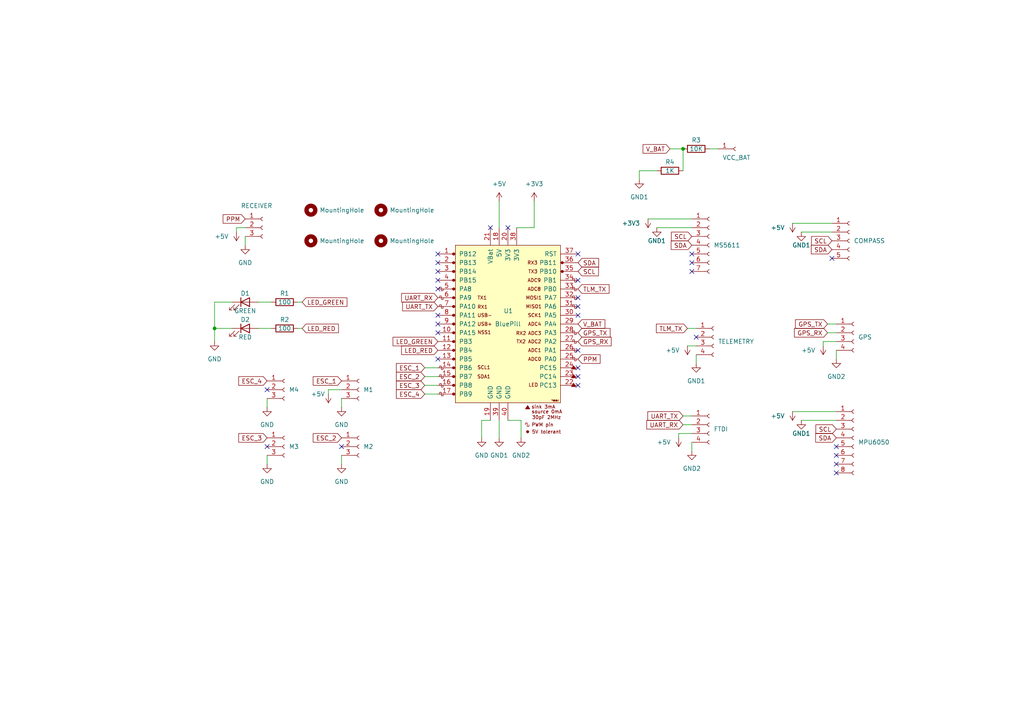
<source format=kicad_sch>
(kicad_sch (version 20211123) (generator eeschema)
  (paper "A4")
  (lib_symbols
    (symbol "Connector:Conn_01x01_Female" (pin_names (offset 1.016) hide)
      (property "Reference" "J" (at 0 2.54 0))
      (property "Value" "Conn_01x01_Female" (at 0 -2.54 0))
      (symbol "Conn_01x01_Female_1_1"
        (polyline (pts (xy -1.27 0) (xy -0.508 0)) (stroke (width 0.1524)))
        (arc (start 0 0.508) (mid -0.508 0) (end 0 -0.508) (stroke (width 0.1524)))
        (pin passive line (at -5.08 0 0) (length 3.81) (name "Pin_1") (number "1"))
      )
    )
    (symbol "Connector:Conn_01x03_Female" (pin_names (offset 1.016) hide)
      (property "Reference" "J" (at 0 5.08 0))
      (property "Value" "Conn_01x03_Female" (at 0 -5.08 0))
      (symbol "Conn_01x03_Female_1_1"
        (arc (start 0 -2.032) (mid -0.508 -2.54) (end 0 -3.048) (stroke (width 0.1524)))
        (polyline (pts (xy -1.27 -2.54) (xy -0.508 -2.54)) (stroke (width 0.1524)))
        (polyline (pts (xy -1.27 0) (xy -0.508 0)) (stroke (width 0.1524)))
        (polyline (pts (xy -1.27 2.54) (xy -0.508 2.54)) (stroke (width 0.1524)))
        (arc (start 0 0.508) (mid -0.508 0) (end 0 -0.508) (stroke (width 0.1524)))
        (arc (start 0 3.048) (mid -0.508 2.54) (end 0 2.032) (stroke (width 0.1524)))
        (pin passive line (at -5.08 2.54 0) (length 3.81) (name "Pin_1") (number "1"))
        (pin passive line (at -5.08 0 0) (length 3.81) (name "Pin_2") (number "2"))
        (pin passive line (at -5.08 -2.54 0) (length 3.81) (name "Pin_3") (number "3"))
      )
    )
    (symbol "Connector:Conn_01x04_Female" (pin_names (offset 1.016) hide)
      (property "Reference" "J" (at 0 5.08 0))
      (property "Value" "Conn_01x04_Female" (at 0 -7.62 0))
      (symbol "Conn_01x04_Female_1_1"
        (arc (start 0 -4.572) (mid -0.508 -5.08) (end 0 -5.588) (stroke (width 0.1524)))
        (arc (start 0 -2.032) (mid -0.508 -2.54) (end 0 -3.048) (stroke (width 0.1524)))
        (polyline (pts (xy -1.27 -5.08) (xy -0.508 -5.08)) (stroke (width 0.1524)))
        (polyline (pts (xy -1.27 -2.54) (xy -0.508 -2.54)) (stroke (width 0.1524)))
        (polyline (pts (xy -1.27 0) (xy -0.508 0)) (stroke (width 0.1524)))
        (polyline (pts (xy -1.27 2.54) (xy -0.508 2.54)) (stroke (width 0.1524)))
        (arc (start 0 0.508) (mid -0.508 0) (end 0 -0.508) (stroke (width 0.1524)))
        (arc (start 0 3.048) (mid -0.508 2.54) (end 0 2.032) (stroke (width 0.1524)))
        (pin passive line (at -5.08 2.54 0) (length 3.81) (name "Pin_1") (number "1"))
        (pin passive line (at -5.08 0 0) (length 3.81) (name "Pin_2") (number "2"))
        (pin passive line (at -5.08 -2.54 0) (length 3.81) (name "Pin_3") (number "3"))
        (pin passive line (at -5.08 -5.08 0) (length 3.81) (name "Pin_4") (number "4"))
      )
    )
    (symbol "Connector:Conn_01x05_Female" (pin_names (offset 1.016) hide)
      (property "Reference" "J" (at 0 7.62 0))
      (property "Value" "Conn_01x05_Female" (at 0 -7.62 0))
      (symbol "Conn_01x05_Female_1_1"
        (arc (start 0 -4.572) (mid -0.508 -5.08) (end 0 -5.588) (stroke (width 0.1524)))
        (arc (start 0 -2.032) (mid -0.508 -2.54) (end 0 -3.048) (stroke (width 0.1524)))
        (polyline (pts (xy -1.27 -5.08) (xy -0.508 -5.08)) (stroke (width 0.1524)))
        (polyline (pts (xy -1.27 -2.54) (xy -0.508 -2.54)) (stroke (width 0.1524)))
        (polyline (pts (xy -1.27 0) (xy -0.508 0)) (stroke (width 0.1524)))
        (polyline (pts (xy -1.27 2.54) (xy -0.508 2.54)) (stroke (width 0.1524)))
        (polyline (pts (xy -1.27 5.08) (xy -0.508 5.08)) (stroke (width 0.1524)))
        (arc (start 0 0.508) (mid -0.508 0) (end 0 -0.508) (stroke (width 0.1524)))
        (arc (start 0 3.048) (mid -0.508 2.54) (end 0 2.032) (stroke (width 0.1524)))
        (arc (start 0 5.588) (mid -0.508 5.08) (end 0 4.572) (stroke (width 0.1524)))
        (pin passive line (at -5.08 5.08 0) (length 3.81) (name "Pin_1") (number "1"))
        (pin passive line (at -5.08 2.54 0) (length 3.81) (name "Pin_2") (number "2"))
        (pin passive line (at -5.08 0 0) (length 3.81) (name "Pin_3") (number "3"))
        (pin passive line (at -5.08 -2.54 0) (length 3.81) (name "Pin_4") (number "4"))
        (pin passive line (at -5.08 -5.08 0) (length 3.81) (name "Pin_5") (number "5"))
      )
    )
    (symbol "Connector:Conn_01x07_Female" (pin_names (offset 1.016) hide)
      (property "Reference" "J" (at 0 10.16 0))
      (property "Value" "Conn_01x07_Female" (at 0 -10.16 0))
      (symbol "Conn_01x07_Female_1_1"
        (arc (start 0 -7.112) (mid -0.508 -7.62) (end 0 -8.128) (stroke (width 0.1524)))
        (arc (start 0 -4.572) (mid -0.508 -5.08) (end 0 -5.588) (stroke (width 0.1524)))
        (arc (start 0 -2.032) (mid -0.508 -2.54) (end 0 -3.048) (stroke (width 0.1524)))
        (polyline (pts (xy -1.27 -7.62) (xy -0.508 -7.62)) (stroke (width 0.1524)))
        (polyline (pts (xy -1.27 -5.08) (xy -0.508 -5.08)) (stroke (width 0.1524)))
        (polyline (pts (xy -1.27 -2.54) (xy -0.508 -2.54)) (stroke (width 0.1524)))
        (polyline (pts (xy -1.27 0) (xy -0.508 0)) (stroke (width 0.1524)))
        (polyline (pts (xy -1.27 2.54) (xy -0.508 2.54)) (stroke (width 0.1524)))
        (polyline (pts (xy -1.27 5.08) (xy -0.508 5.08)) (stroke (width 0.1524)))
        (polyline (pts (xy -1.27 7.62) (xy -0.508 7.62)) (stroke (width 0.1524)))
        (arc (start 0 0.508) (mid -0.508 0) (end 0 -0.508) (stroke (width 0.1524)))
        (arc (start 0 3.048) (mid -0.508 2.54) (end 0 2.032) (stroke (width 0.1524)))
        (arc (start 0 5.588) (mid -0.508 5.08) (end 0 4.572) (stroke (width 0.1524)))
        (arc (start 0 8.128) (mid -0.508 7.62) (end 0 7.112) (stroke (width 0.1524)))
        (pin passive line (at -5.08 7.62 0) (length 3.81) (name "Pin_1") (number "1"))
        (pin passive line (at -5.08 5.08 0) (length 3.81) (name "Pin_2") (number "2"))
        (pin passive line (at -5.08 2.54 0) (length 3.81) (name "Pin_3") (number "3"))
        (pin passive line (at -5.08 0 0) (length 3.81) (name "Pin_4") (number "4"))
        (pin passive line (at -5.08 -2.54 0) (length 3.81) (name "Pin_5") (number "5"))
        (pin passive line (at -5.08 -5.08 0) (length 3.81) (name "Pin_6") (number "6"))
        (pin passive line (at -5.08 -7.62 0) (length 3.81) (name "Pin_7") (number "7"))
      )
    )
    (symbol "Connector:Conn_01x08_Female" (pin_names (offset 1.016) hide)
      (property "Reference" "J" (at 0 10.16 0))
      (property "Value" "Conn_01x08_Female" (at 0 -12.7 0))
      (symbol "Conn_01x08_Female_1_1"
        (arc (start 0 -9.652) (mid -0.508 -10.16) (end 0 -10.668) (stroke (width 0.1524)))
        (arc (start 0 -7.112) (mid -0.508 -7.62) (end 0 -8.128) (stroke (width 0.1524)))
        (arc (start 0 -4.572) (mid -0.508 -5.08) (end 0 -5.588) (stroke (width 0.1524)))
        (arc (start 0 -2.032) (mid -0.508 -2.54) (end 0 -3.048) (stroke (width 0.1524)))
        (polyline (pts (xy -1.27 -10.16) (xy -0.508 -10.16)) (stroke (width 0.1524)))
        (polyline (pts (xy -1.27 -7.62) (xy -0.508 -7.62)) (stroke (width 0.1524)))
        (polyline (pts (xy -1.27 -5.08) (xy -0.508 -5.08)) (stroke (width 0.1524)))
        (polyline (pts (xy -1.27 -2.54) (xy -0.508 -2.54)) (stroke (width 0.1524)))
        (polyline (pts (xy -1.27 0) (xy -0.508 0)) (stroke (width 0.1524)))
        (polyline (pts (xy -1.27 2.54) (xy -0.508 2.54)) (stroke (width 0.1524)))
        (polyline (pts (xy -1.27 5.08) (xy -0.508 5.08)) (stroke (width 0.1524)))
        (polyline (pts (xy -1.27 7.62) (xy -0.508 7.62)) (stroke (width 0.1524)))
        (arc (start 0 0.508) (mid -0.508 0) (end 0 -0.508) (stroke (width 0.1524)))
        (arc (start 0 3.048) (mid -0.508 2.54) (end 0 2.032) (stroke (width 0.1524)))
        (arc (start 0 5.588) (mid -0.508 5.08) (end 0 4.572) (stroke (width 0.1524)))
        (arc (start 0 8.128) (mid -0.508 7.62) (end 0 7.112) (stroke (width 0.1524)))
        (pin passive line (at -5.08 7.62 0) (length 3.81) (name "Pin_1") (number "1"))
        (pin passive line (at -5.08 5.08 0) (length 3.81) (name "Pin_2") (number "2"))
        (pin passive line (at -5.08 2.54 0) (length 3.81) (name "Pin_3") (number "3"))
        (pin passive line (at -5.08 0 0) (length 3.81) (name "Pin_4") (number "4"))
        (pin passive line (at -5.08 -2.54 0) (length 3.81) (name "Pin_5") (number "5"))
        (pin passive line (at -5.08 -5.08 0) (length 3.81) (name "Pin_6") (number "6"))
        (pin passive line (at -5.08 -7.62 0) (length 3.81) (name "Pin_7") (number "7"))
        (pin passive line (at -5.08 -10.16 0) (length 3.81) (name "Pin_8") (number "8"))
      )
    )
    (symbol "Device:LED" (pin_numbers hide) (pin_names (offset 1.016) hide)
      (property "Reference" "D" (at 0 2.54 0))
      (property "Value" "LED" (at 0 -2.54 0))
      (symbol "LED_0_1"
        (polyline (pts (xy -1.27 -1.27) (xy -1.27 1.27)) (stroke (width 0.254)))
        (polyline (pts (xy -1.27 0) (xy 1.27 0)))
        (polyline (pts (xy 1.27 -1.27) (xy 1.27 1.27) (xy -1.27 0) (xy 1.27 -1.27)) (stroke (width 0.254)))
        (polyline (pts (xy -3.048 -0.762) (xy -4.572 -2.286) (xy -3.81 -2.286) (xy -4.572 -2.286) (xy -4.572 -1.524)))
        (polyline (pts (xy -1.778 -0.762) (xy -3.302 -2.286) (xy -2.54 -2.286) (xy -3.302 -2.286) (xy -3.302 -1.524)))
      )
      (symbol "LED_1_1"
        (pin passive line (at -3.81 0 0) (length 2.54) (name "K") (number "1"))
        (pin passive line (at 3.81 0 180) (length 2.54) (name "A") (number "2"))
      )
    )
    (symbol "Device:R" (pin_numbers hide) (pin_names (offset 0))
      (property "Reference" "R" (at 2.032 0 90))
      (property "Value" "R" (at 0 0 90))
      (symbol "R_0_1"
        (rectangle (start -1.016 -2.54) (end 1.016 2.54) (stroke (width 0.254)))
      )
      (symbol "R_1_1"
        (pin passive line (at 0 3.81 270) (length 1.27) (name "~") (number "1"))
        (pin passive line (at 0 -3.81 90) (length 1.27) (name "~") (number "2"))
      )
    )
    (symbol "Mechanical:MountingHole" (pin_names (offset 1.016))
      (property "Reference" "H" (at 0 5.08 0))
      (property "Value" "MountingHole" (at 0 3.175 0))
      (symbol "MountingHole_0_1"
        (circle (center 0 0) (radius 1.27) (stroke (width 1.27)))
      )
    )
    (symbol "YAAJ_BluePill:YAAJ_BluePill" (pin_names (offset 1.016))
      (property "Reference" "U" (at -13.97 24.13 0))
      (property "Value" "YAAJ_BluePill" (at 0 6.35 90))
      (symbol "YAAJ_BluePill_0_0"
        (circle (center -15.748 -20.32) (radius 0.3556) (fill (type outline)))
        (circle (center -15.748 -17.78) (radius 0.3556) (fill (type outline)))
        (circle (center -15.748 -15.24) (radius 0.3556) (fill (type outline)))
        (circle (center -15.748 -12.7) (radius 0.3556) (fill (type outline)))
        (circle (center -15.748 -10.16) (radius 0.3556) (fill (type outline)))
        (circle (center -15.748 -7.62) (radius 0.3556) (fill (type outline)))
        (circle (center -15.748 -5.08) (radius 0.3556) (fill (type outline)))
        (circle (center -15.748 -2.54) (radius 0.3556) (fill (type outline)))
        (circle (center -15.748 0) (radius 0.3556) (fill (type outline)))
        (circle (center -15.748 2.54) (radius 0.3556) (fill (type outline)))
        (circle (center -15.748 5.08) (radius 0.3556) (fill (type outline)))
        (circle (center -15.748 7.62) (radius 0.3556) (fill (type outline)))
        (circle (center -15.748 10.16) (radius 0.3556) (fill (type outline)))
        (circle (center -15.748 12.7) (radius 0.3556) (fill (type outline)))
        (circle (center -15.748 15.24) (radius 0.3556) (fill (type outline)))
        (circle (center -15.748 20.32) (radius 0.3556) (fill (type outline)))
        (polyline (pts (xy 5.08 -24.638) (xy 5.715 -23.622) (xy 6.35 -24.638) (xy 5.08 -24.638) (xy 5.715 -23.749) (xy 6.223 -24.638) (xy 5.207 -24.511) (xy 5.715 -23.876) (xy 6.096 -24.638) (xy 5.334 -24.384) (xy 5.842 -24.003) (xy 5.969 -24.638) (xy 5.461 -24.257) (xy 5.969 -24.13) (xy 5.842 -24.511) (xy 5.588 -24.257) (xy 5.842 -24.384) (xy 5.715 -24.13)))
        (polyline (pts (xy 18.415 -18.161) (xy 19.05 -17.145) (xy 19.685 -18.161) (xy 18.415 -18.161) (xy 19.05 -17.272) (xy 19.558 -18.161) (xy 18.542 -18.034) (xy 19.05 -17.399) (xy 19.431 -18.161) (xy 18.669 -17.907) (xy 19.177 -17.526) (xy 19.304 -18.161) (xy 18.796 -17.78) (xy 19.304 -17.653) (xy 19.177 -18.034) (xy 18.923 -17.78) (xy 19.177 -17.907) (xy 19.05 -17.653)))
        (polyline (pts (xy 18.415 -15.621) (xy 19.05 -14.605) (xy 19.685 -15.621) (xy 18.415 -15.621) (xy 19.05 -14.732) (xy 19.558 -15.621) (xy 18.542 -15.494) (xy 19.05 -14.859) (xy 19.431 -15.621) (xy 18.669 -15.367) (xy 19.177 -14.986) (xy 19.304 -15.621) (xy 18.796 -15.24) (xy 19.304 -15.113) (xy 19.177 -15.494) (xy 18.923 -15.24) (xy 19.177 -15.367) (xy 19.05 -15.113)))
        (polyline (pts (xy 18.415 -13.081) (xy 19.05 -12.065) (xy 19.685 -13.081) (xy 18.415 -13.081) (xy 19.05 -12.192) (xy 19.558 -13.081) (xy 18.542 -12.954) (xy 19.05 -12.319) (xy 19.431 -13.081) (xy 18.669 -12.827) (xy 19.177 -12.446) (xy 19.304 -13.081) (xy 18.796 -12.7) (xy 19.304 -12.573) (xy 19.177 -12.954) (xy 18.923 -12.7) (xy 19.177 -12.827) (xy 19.05 -12.573)))
        (circle (center 5.715 -31.242) (radius 0.127) (fill (type outline)))
        (circle (center 5.715 -31.242) (radius 0.254))
        (circle (center 5.715 -31.242) (radius 0.3556))
        (circle (center 15.748 15.24) (radius 0.254) (fill (type outline)))
        (circle (center 15.748 15.24) (radius 0.3556))
        (circle (center 15.748 17.78) (radius 0.254) (fill (type outline)))
        (circle (center 15.748 17.78) (radius 0.3556))
        (text "30pF 2MHz" (at 11.176 -27.051 0) (effects (font (size 0.9906 0.9906))))
        (text "5V tolerant" (at 11.176 -31.242 0) (effects (font (size 0.9906 0.9906))))
        (text "ADC0" (at 7.747 -10.16 0) (effects (font (size 0.9906 0.9906))))
        (text "ADC1" (at 7.747 -7.62 0) (effects (font (size 0.9906 0.9906))))
        (text "ADC2" (at 7.747 -5.08 0) (effects (font (size 0.9906 0.9906))))
        (text "ADC3" (at 7.747 -2.667 0) (effects (font (size 0.9906 0.9906))))
        (text "ADC4" (at 7.747 0 0) (effects (font (size 0.9906 0.9906))))
        (text "ADC8" (at 7.62 10.16 0) (effects (font (size 0.9906 0.9906))))
        (text "ADC9" (at 7.62 12.7 0) (effects (font (size 0.9906 0.9906))))
        (text "LED" (at 7.366 -17.653 0) (effects (font (size 0.9906 0.9906))))
        (text "MISO1" (at 7.493 5.08 0) (effects (font (size 0.9906 0.9906))))
        (text "MOSI1" (at 7.493 7.62 0) (effects (font (size 0.9906 0.9906))))
        (text "NSS1" (at -6.858 -2.413 0) (effects (font (size 0.9906 0.9906))))
        (text "PWM pin" (at 10.033 -29.21 0) (effects (font (size 0.9906 0.9906))))
        (text "RX1" (at -7.366 4.953 0) (effects (font (size 0.9906 0.9906))))
        (text "RX2" (at 3.81 -2.667 0) (effects (font (size 0.9906 0.9906))))
        (text "RX3" (at 7.112 17.78 0) (effects (font (size 0.9906 0.9906))))
        (text "SCK1" (at 7.747 2.54 0) (effects (font (size 0.9906 0.9906))))
        (text "SCL1" (at -6.985 -12.573 0) (effects (font (size 0.9906 0.9906))))
        (text "SDA1" (at -6.985 -15.24 0) (effects (font (size 0.9906 0.9906))))
        (text "sink 3mA" (at 10.287 -24.003 0) (effects (font (size 0.9906 0.9906))))
        (text "source 0mA" (at 11.303 -25.4 0) (effects (font (size 0.9906 0.9906))))
        (text "TX1" (at -7.493 7.62 0) (effects (font (size 0.9906 0.9906))))
        (text "TX2" (at 3.81 -5.08 0) (effects (font (size 0.9906 0.9906))))
        (text "TX3" (at 7.239 15.24 0) (effects (font (size 0.9906 0.9906))))
        (text "USB+" (at -6.731 0 0) (effects (font (size 0.9906 0.9906))))
        (text "USB-" (at -6.731 2.54 0) (effects (font (size 0.9906 0.9906))))
        (text "Y@@J" (at 13.6906 -22.1488 0) (effects (font (size 0.508 0.508))))
      )
      (symbol "YAAJ_BluePill_0_1"
        (rectangle (start -15.24 22.86) (end 15.24 -22.86) (fill (type background)))
        (polyline (pts (xy -18.796 -20.32) (xy -18.796 -20.828) (xy -19.304 -20.828) (xy -19.304 -19.812) (xy -19.812 -19.812) (xy -19.812 -20.32)))
        (polyline (pts (xy -18.796 -17.78) (xy -18.796 -18.288) (xy -19.304 -18.288) (xy -19.304 -17.272) (xy -19.812 -17.272) (xy -19.812 -17.78)))
        (polyline (pts (xy -18.796 -15.24) (xy -18.796 -15.748) (xy -19.304 -15.748) (xy -19.304 -14.732) (xy -19.812 -14.732) (xy -19.812 -15.24)))
        (polyline (pts (xy -18.796 -12.7) (xy -18.796 -13.208) (xy -19.304 -13.208) (xy -19.304 -12.192) (xy -19.812 -12.192) (xy -19.812 -12.7)))
        (polyline (pts (xy -18.796 5.08) (xy -18.796 4.572) (xy -19.304 4.572) (xy -19.304 5.588) (xy -19.812 5.588) (xy -19.812 5.08)))
        (polyline (pts (xy -18.796 7.62) (xy -18.796 7.112) (xy -19.304 7.112) (xy -19.304 8.128) (xy -19.812 8.128) (xy -19.812 7.62)))
        (polyline (pts (xy -18.796 10.16) (xy -18.796 9.652) (xy -19.304 9.652) (xy -19.304 10.668) (xy -19.812 10.668) (xy -19.812 10.16)))
        (polyline (pts (xy 6.096 -29.21) (xy 6.096 -29.718) (xy 5.588 -29.718) (xy 5.588 -28.702) (xy 5.08 -28.702) (xy 5.08 -29.21)))
        (polyline (pts (xy 19.812 -10.16) (xy 19.812 -10.668) (xy 19.304 -10.668) (xy 19.304 -9.652) (xy 18.796 -9.652) (xy 18.796 -10.16)))
        (polyline (pts (xy 19.812 -7.62) (xy 19.812 -8.128) (xy 19.304 -8.128) (xy 19.304 -7.112) (xy 18.796 -7.112) (xy 18.796 -7.62)))
        (polyline (pts (xy 19.812 -5.08) (xy 19.812 -5.588) (xy 19.304 -5.588) (xy 19.304 -4.572) (xy 18.796 -4.572) (xy 18.796 -5.08)))
        (polyline (pts (xy 19.812 -2.54) (xy 19.812 -3.048) (xy 19.304 -3.048) (xy 19.304 -2.032) (xy 18.796 -2.032) (xy 18.796 -2.54)))
        (polyline (pts (xy 19.812 5.08) (xy 19.812 4.572) (xy 19.304 4.572) (xy 19.304 5.588) (xy 18.796 5.588) (xy 18.796 5.08)))
        (polyline (pts (xy 19.812 7.62) (xy 19.812 7.112) (xy 19.304 7.112) (xy 19.304 8.128) (xy 18.796 8.128) (xy 18.796 7.62)))
        (polyline (pts (xy 19.812 10.16) (xy 19.812 9.652) (xy 19.304 9.652) (xy 19.304 10.668) (xy 18.796 10.668) (xy 18.796 10.16)))
        (polyline (pts (xy 19.812 12.7) (xy 19.812 12.192) (xy 19.304 12.192) (xy 19.304 13.208) (xy 18.796 13.208) (xy 18.796 12.7)))
      )
      (symbol "YAAJ_BluePill_1_1"
        (circle (center -15.748 17.78) (radius 0.3556) (fill (type outline)))
        (pin bidirectional line (at -20.32 20.32 0) (length 5.08) (name "PB12") (number "1"))
        (pin bidirectional line (at -20.32 -2.54 0) (length 5.08) (name "PA15") (number "10"))
        (pin bidirectional line (at -20.32 -5.08 0) (length 5.08) (name "PB3") (number "11"))
        (pin bidirectional line (at -20.32 -7.62 0) (length 5.08) (name "PB4") (number "12"))
        (pin bidirectional line (at -20.32 -10.16 0) (length 5.08) (name "PB5") (number "13"))
        (pin bidirectional line (at -20.32 -12.7 0) (length 5.08) (name "PB6") (number "14"))
        (pin bidirectional line (at -20.32 -15.24 0) (length 5.08) (name "PB7") (number "15"))
        (pin bidirectional line (at -20.32 -17.78 0) (length 5.08) (name "PB8") (number "16"))
        (pin bidirectional line (at -20.32 -20.32 0) (length 5.08) (name "PB9") (number "17"))
        (pin power_in line (at -2.54 27.94 270) (length 5.08) (name "5V") (number "18"))
        (pin power_in line (at -5.08 -27.94 90) (length 5.08) (name "GND") (number "19"))
        (pin bidirectional line (at -20.32 17.78 0) (length 5.08) (name "PB13") (number "2"))
        (pin power_in line (at 0 27.94 270) (length 5.08) (name "3V3") (number "20"))
        (pin power_in line (at -5.08 27.94 270) (length 5.08) (name "VBat") (number "21"))
        (pin bidirectional line (at 20.32 -17.78 180) (length 5.08) (name "PC13") (number "22"))
        (pin bidirectional line (at 20.32 -15.24 180) (length 5.08) (name "PC14") (number "23"))
        (pin bidirectional line (at 20.32 -12.7 180) (length 5.08) (name "PC15") (number "24"))
        (pin bidirectional line (at 20.32 -10.16 180) (length 5.08) (name "PA0") (number "25"))
        (pin bidirectional line (at 20.32 -7.62 180) (length 5.08) (name "PA1") (number "26"))
        (pin bidirectional line (at 20.32 -5.08 180) (length 5.08) (name "PA2") (number "27"))
        (pin bidirectional line (at 20.32 -2.54 180) (length 5.08) (name "PA3") (number "28"))
        (pin bidirectional line (at 20.32 0 180) (length 5.08) (name "PA4") (number "29"))
        (pin bidirectional line (at -20.32 15.24 0) (length 5.08) (name "PB14") (number "3"))
        (pin bidirectional line (at 20.32 2.54 180) (length 5.08) (name "PA5") (number "30"))
        (pin bidirectional line (at 20.32 5.08 180) (length 5.08) (name "PA6") (number "31"))
        (pin bidirectional line (at 20.32 7.62 180) (length 5.08) (name "PA7") (number "32"))
        (pin bidirectional line (at 20.32 10.16 180) (length 5.08) (name "PB0") (number "33"))
        (pin bidirectional line (at 20.32 12.7 180) (length 5.08) (name "PB1") (number "34"))
        (pin bidirectional line (at 20.32 15.24 180) (length 5.08) (name "PB10") (number "35"))
        (pin bidirectional line (at 20.32 17.78 180) (length 5.08) (name "PB11") (number "36"))
        (pin input line (at 20.32 20.32 180) (length 5.08) (name "RST") (number "37"))
        (pin power_in line (at 2.54 27.94 270) (length 5.08) (name "3V3") (number "38"))
        (pin power_in line (at -2.54 -27.94 90) (length 5.08) (name "GND") (number "39"))
        (pin bidirectional line (at -20.32 12.7 0) (length 5.08) (name "PB15") (number "4"))
        (pin power_in line (at 0 -27.94 90) (length 5.08) (name "GND") (number "40"))
        (pin bidirectional line (at -20.32 10.16 0) (length 5.08) (name "PA8") (number "5"))
        (pin bidirectional line (at -20.32 7.62 0) (length 5.08) (name "PA9") (number "6"))
        (pin bidirectional line (at -20.32 5.08 0) (length 5.08) (name "PA10") (number "7"))
        (pin bidirectional line (at -20.32 2.54 0) (length 5.08) (name "PA11") (number "8"))
        (pin bidirectional line (at -20.32 0 0) (length 5.08) (name "PA12") (number "9"))
      )
    )
    (symbol "power:+3.3V" (power) (pin_names (offset 0))
      (property "Value" "+3.3V" (at 0 3.556 0))
      (symbol "+3.3V_0_1"
        (polyline (pts (xy -0.762 1.27) (xy 0 2.54)))
        (polyline (pts (xy 0 0) (xy 0 2.54)))
        (polyline (pts (xy 0 2.54) (xy 0.762 1.27)))
      )
      (symbol "+3.3V_1_1"
        (pin power_in line (at 0 0 90) (length 0) hide (name "+3V3") (number "1"))
      )
    )
    (symbol "power:+5V" (power) (pin_names (offset 0))
      (property "Value" "+5V" (at 0 3.556 0))
      (symbol "+5V_0_1"
        (polyline (pts (xy -0.762 1.27) (xy 0 2.54)))
        (polyline (pts (xy 0 0) (xy 0 2.54)))
        (polyline (pts (xy 0 2.54) (xy 0.762 1.27)))
      )
      (symbol "+5V_1_1"
        (pin power_in line (at 0 0 90) (length 0) hide (name "+5V") (number "1"))
      )
    )
    (symbol "power:GND" (power) (pin_names (offset 0))
      (property "Value" "GND" (at 0 -3.81 0))
      (symbol "GND_0_1"
        (polyline (pts (xy 0 0) (xy 0 -1.27) (xy 1.27 -1.27) (xy 0 -2.54) (xy -1.27 -1.27) (xy 0 -1.27)))
      )
      (symbol "GND_1_1"
        (pin power_in line (at 0 0 270) (length 0) hide (name "GND") (number "1"))
      )
    )
    (symbol "power:GND1" (power) (pin_names (offset 0))
      (property "Value" "GND1" (at 0 -3.81 0))
      (symbol "GND1_0_1"
        (polyline (pts (xy 0 0) (xy 0 -1.27) (xy 1.27 -1.27) (xy 0 -2.54) (xy -1.27 -1.27) (xy 0 -1.27)))
      )
      (symbol "GND1_1_1"
        (pin power_in line (at 0 0 270) (length 0) hide (name "GND1") (number "1"))
      )
    )
    (symbol "power:GND2" (power) (pin_names (offset 0))
      (property "Value" "GND2" (at 0 -3.81 0))
      (symbol "GND2_0_1"
        (polyline (pts (xy 0 0) (xy 0 -1.27) (xy 1.27 -1.27) (xy 0 -2.54) (xy -1.27 -1.27) (xy 0 -1.27)))
      )
      (symbol "GND2_1_1"
        (pin power_in line (at 0 0 270) (length 0) hide (name "GND2") (number "1"))
      )
    )
  )
  (junction (at 198.12 43.18))
  (junction (at 62.23 95.25))
  (no_connect (at 127 104.14))
  (no_connect (at 241.3 74.93))
  (no_connect (at 167.64 111.76))
  (no_connect (at 127 73.66))
  (no_connect (at 167.64 73.66))
  (no_connect (at 127 83.82))
  (no_connect (at 127 93.98))
  (no_connect (at 200.66 73.66))
  (no_connect (at 167.64 88.9))
  (no_connect (at 127 78.74))
  (no_connect (at 147.32 66.04))
  (no_connect (at 167.64 86.36))
  (no_connect (at 242.57 129.54))
  (no_connect (at 127 76.2))
  (no_connect (at 77.47 129.54))
  (no_connect (at 142.24 66.04))
  (no_connect (at 200.66 76.2))
  (no_connect (at 167.64 106.68))
  (no_connect (at 167.64 91.44))
  (no_connect (at 99.06 129.54))
  (no_connect (at 242.57 137.16))
  (no_connect (at 242.57 132.08))
  (no_connect (at 167.64 109.22))
  (no_connect (at 127 96.52))
  (no_connect (at 200.66 78.74))
  (no_connect (at 77.47 113.03))
  (no_connect (at 201.93 97.79))
  (no_connect (at 167.64 101.6))
  (no_connect (at 127 81.28))
  (no_connect (at 242.57 134.62))
  (no_connect (at 167.64 81.28))
  (no_connect (at 127 91.44))
  (wire (pts (xy 95.25 113.03) (xy 95.25 114.3)))
  (wire (pts (xy 151.13 121.92) (xy 151.13 127)))
  (wire (pts (xy 149.86 66.04) (xy 154.94 66.04)))
  (wire (pts (xy 142.24 121.92) (xy 139.7 121.92)))
  (wire (pts (xy 200.66 128.27) (xy 200.66 130.81)))
  (wire (pts (xy 229.87 119.38) (xy 242.57 119.38)))
  (wire (pts (xy 196.85 125.73) (xy 196.85 127)))
  (wire (pts (xy 201.93 102.87) (xy 201.93 105.41)))
  (wire (pts (xy 240.03 96.52) (xy 242.57 96.52)))
  (wire (pts (xy 67.31 87.63) (xy 62.23 87.63)))
  (wire (pts (xy 123.19 109.22) (xy 127 109.22)))
  (wire (pts (xy 144.78 121.92) (xy 144.78 127)))
  (wire (pts (xy 187.96 63.5) (xy 200.66 63.5)))
  (wire (pts (xy 198.12 123.19) (xy 200.66 123.19)))
  (wire (pts (xy 242.57 99.06) (xy 238.76 99.06)))
  (wire (pts (xy 99.06 113.03) (xy 95.25 113.03)))
  (wire (pts (xy 190.5 66.04) (xy 200.66 66.04)))
  (wire (pts (xy 232.41 67.31) (xy 241.3 67.31)))
  (wire (pts (xy 139.7 121.92) (xy 139.7 127)))
  (wire (pts (xy 123.19 106.68) (xy 127 106.68)))
  (wire (pts (xy 123.19 114.3) (xy 127 114.3)))
  (wire (pts (xy 99.06 132.08) (xy 99.06 134.62)))
  (wire (pts (xy 77.47 115.57) (xy 77.47 118.11)))
  (wire (pts (xy 99.06 115.57) (xy 99.06 118.11)))
  (wire (pts (xy 86.36 95.25) (xy 87.63 95.25)))
  (wire (pts (xy 240.03 93.98) (xy 242.57 93.98)))
  (wire (pts (xy 77.47 132.08) (xy 77.47 134.62)))
  (wire (pts (xy 242.57 101.6) (xy 242.57 104.14)))
  (wire (pts (xy 198.12 120.65) (xy 200.66 120.65)))
  (wire (pts (xy 200.66 125.73) (xy 196.85 125.73)))
  (wire (pts (xy 194.31 43.18) (xy 198.12 43.18)))
  (wire (pts (xy 67.31 95.25) (xy 62.23 95.25)))
  (wire (pts (xy 68.58 66.04) (xy 68.58 67.31)))
  (wire (pts (xy 71.12 66.04) (xy 68.58 66.04)))
  (wire (pts (xy 74.93 87.63) (xy 78.74 87.63)))
  (wire (pts (xy 144.78 58.42) (xy 144.78 66.04)))
  (wire (pts (xy 62.23 95.25) (xy 62.23 99.06)))
  (wire (pts (xy 229.87 64.77) (xy 241.3 64.77)))
  (wire (pts (xy 185.42 52.07) (xy 185.42 49.53)))
  (wire (pts (xy 71.12 68.58) (xy 71.12 71.12)))
  (wire (pts (xy 205.74 43.18) (xy 208.28 43.18)))
  (wire (pts (xy 199.39 100.33) (xy 201.93 100.33)))
  (wire (pts (xy 154.94 66.04) (xy 154.94 58.42)))
  (wire (pts (xy 199.39 95.25) (xy 201.93 95.25)))
  (wire (pts (xy 123.19 111.76) (xy 127 111.76)))
  (wire (pts (xy 86.36 87.63) (xy 87.63 87.63)))
  (wire (pts (xy 198.12 43.18) (xy 198.12 49.53)))
  (wire (pts (xy 232.41 121.92) (xy 242.57 121.92)))
  (wire (pts (xy 62.23 87.63) (xy 62.23 95.25)))
  (wire (pts (xy 147.32 121.92) (xy 151.13 121.92)))
  (wire (pts (xy 185.42 49.53) (xy 190.5 49.53)))
  (wire (pts (xy 238.76 99.06) (xy 238.76 100.33)))
  (wire (pts (xy 74.93 95.25) (xy 78.74 95.25)))
  (global_label "SDA" (shape input) (at 241.3 72.39 180) (property "Intersheet References" "${INTERSHEET_REFS}" (effects hide)))
  (global_label "SCL" (shape input) (at 200.66 68.58 180) (property "Intersheet References" "${INTERSHEET_REFS}" (effects hide)))
  (global_label "ESC_4" (shape input) (at 77.47 110.49 180) (property "Intersheet References" "${INTERSHEET_REFS}" (effects hide)))
  (global_label "SCL" (shape input) (at 241.3 69.85 180) (property "Intersheet References" "${INTERSHEET_REFS}" (effects hide)))
  (global_label "PPM" (shape input) (at 71.12 63.5 180) (property "Intersheet References" "${INTERSHEET_REFS}" (effects hide)))
  (global_label "SDA" (shape input) (at 167.64 76.2 0) (property "Intersheet References" "${INTERSHEET_REFS}" (effects hide)))
  (global_label "ESC_1" (shape input) (at 123.19 106.68 180) (property "Intersheet References" "${INTERSHEET_REFS}" (effects hide)))
  (global_label "LED_GREEN" (shape input) (at 127 99.06 180) (property "Intersheet References" "${INTERSHEET_REFS}" (effects hide)))
  (global_label "UART_RX" (shape input) (at 127 86.36 180) (property "Intersheet References" "${INTERSHEET_REFS}" (effects hide)))
  (global_label "LED_GREEN" (shape input) (at 87.63 87.63 0) (property "Intersheet References" "${INTERSHEET_REFS}" (effects hide)))
  (global_label "V_BAT" (shape input) (at 167.64 93.98 0) (property "Intersheet References" "${INTERSHEET_REFS}" (effects hide)))
  (global_label "LED_RED" (shape input) (at 87.63 95.25 0) (property "Intersheet References" "${INTERSHEET_REFS}" (effects hide)))
  (global_label "GPS_RX" (shape input) (at 240.03 96.52 180) (property "Intersheet References" "${INTERSHEET_REFS}" (effects hide)))
  (global_label "SCL" (shape input) (at 167.64 78.74 0) (property "Intersheet References" "${INTERSHEET_REFS}" (effects hide)))
  (global_label "SCL" (shape input) (at 242.57 124.46 180) (property "Intersheet References" "${INTERSHEET_REFS}" (effects hide)))
  (global_label "SDA" (shape input) (at 242.57 127 180) (property "Intersheet References" "${INTERSHEET_REFS}" (effects hide)))
  (global_label "LED_RED" (shape input) (at 127 101.6 180) (property "Intersheet References" "${INTERSHEET_REFS}" (effects hide)))
  (global_label "TLM_TX" (shape input) (at 199.39 95.25 180) (property "Intersheet References" "${INTERSHEET_REFS}" (effects hide)))
  (global_label "GPS_RX" (shape input) (at 167.64 99.06 0) (property "Intersheet References" "${INTERSHEET_REFS}" (effects hide)))
  (global_label "PPM" (shape input) (at 167.64 104.14 0) (property "Intersheet References" "${INTERSHEET_REFS}" (effects hide)))
  (global_label "ESC_3" (shape input) (at 123.19 111.76 180) (property "Intersheet References" "${INTERSHEET_REFS}" (effects hide)))
  (global_label "GPS_TX" (shape input) (at 167.64 96.52 0) (property "Intersheet References" "${INTERSHEET_REFS}" (effects hide)))
  (global_label "SDA" (shape input) (at 200.66 71.12 180) (property "Intersheet References" "${INTERSHEET_REFS}" (effects hide)))
  (global_label "UART_RX" (shape input) (at 198.12 123.19 180) (property "Intersheet References" "${INTERSHEET_REFS}" (effects hide)))
  (global_label "ESC_2" (shape input) (at 99.06 127 180) (property "Intersheet References" "${INTERSHEET_REFS}" (effects hide)))
  (global_label "ESC_1" (shape input) (at 99.06 110.49 180) (property "Intersheet References" "${INTERSHEET_REFS}" (effects hide)))
  (global_label "UART_TX" (shape input) (at 198.12 120.65 180) (property "Intersheet References" "${INTERSHEET_REFS}" (effects hide)))
  (global_label "ESC_2" (shape input) (at 123.19 109.22 180) (property "Intersheet References" "${INTERSHEET_REFS}" (effects hide)))
  (global_label "V_BAT" (shape input) (at 194.31 43.18 180) (property "Intersheet References" "${INTERSHEET_REFS}" (effects hide)))
  (global_label "GPS_TX" (shape input) (at 240.03 93.98 180) (property "Intersheet References" "${INTERSHEET_REFS}" (effects hide)))
  (global_label "ESC_3" (shape input) (at 77.47 127 180) (property "Intersheet References" "${INTERSHEET_REFS}" (effects hide)))
  (global_label "UART_TX" (shape input) (at 127 88.9 180) (property "Intersheet References" "${INTERSHEET_REFS}" (effects hide)))
  (global_label "ESC_4" (shape input) (at 123.19 114.3 180) (property "Intersheet References" "${INTERSHEET_REFS}" (effects hide)))
  (global_label "TLM_TX" (shape input) (at 167.64 83.82 0) (property "Intersheet References" "${INTERSHEET_REFS}" (effects hide)))
  (symbol (lib_id "power:GND") (at 62.23 99.06 0) (unit 1)
    (property "Reference" "#PWR0101" (effects hide))
    (property "Value" "GND" (at 62.23 104.14 0))
  )
  (symbol (lib_id "Connector:Conn_01x07_Female") (at 205.74 71.12 0) (unit 1)
    (property "Reference" "J11" (effects hide))
    (property "Value" "MS5611" (at 207.01 71.1199 0) (effects (justify left)))
    (property "Footprint" "Connector_PinHeader_2.54mm:PinHeader_1x07_P2.54mm_Vertical" (effects hide))
  )
  (symbol (lib_id "Device:LED") (at 71.12 87.63 0) (unit 1)
    (property "Reference" "D1" (at 71.12 85.09 0))
    (property "Value" "GREEN" (at 71.12 90.17 0))
    (property "Footprint" "LED_THT:LED_D5.0mm" (effects hide))
  )
  (symbol (lib_id "Mechanical:MountingHole") (at 110.49 60.96 0) (unit 1)
    (property "Reference" "H3" (effects hide))
    (property "Value" "MountingHole" (at 113.03 60.9599 0) (effects (justify left)))
    (property "Footprint" "MountingHole:MountingHole_3mm" (effects hide))
  )
  (symbol (lib_id "power:GND") (at 77.47 134.62 0) (unit 1)
    (property "Reference" "#PWR0107" (effects hide))
    (property "Value" "GND" (at 77.47 139.7 0))
  )
  (symbol (lib_id "power:+5V") (at 68.58 67.31 180) (unit 1)
    (property "Reference" "#PWR0106" (effects hide))
    (property "Value" "+5V" (at 62.23 68.58 0) (effects (justify right)))
  )
  (symbol (lib_id "power:GND1") (at 201.93 105.41 0) (unit 1)
    (property "Reference" "#PWR0115" (effects hide))
    (property "Value" "GND1" (at 201.93 110.49 0))
  )
  (symbol (lib_id "Connector:Conn_01x03_Female") (at 76.2 66.04 0) (unit 1)
    (property "Reference" "J1" (effects hide))
    (property "Value" "RECEIVER" (at 69.85 59.69 0) (effects (justify left)))
    (property "Footprint" "Connector_PinHeader_2.54mm:PinHeader_1x03_P2.54mm_Vertical" (effects hide))
  )
  (symbol (lib_id "power:+5V") (at 196.85 127 180) (unit 1)
    (property "Reference" "#PWR0116" (effects hide))
    (property "Value" "+5V" (at 190.5 128.27 0) (effects (justify right)))
  )
  (symbol (lib_id "Connector:Conn_01x05_Female") (at 246.38 69.85 0) (unit 1)
    (property "Reference" "J12" (effects hide))
    (property "Value" "COMPASS" (at 247.65 69.8499 0) (effects (justify left)))
    (property "Footprint" "Connector_PinHeader_2.54mm:PinHeader_1x05_P2.54mm_Vertical" (effects hide))
  )
  (symbol (lib_id "power:+5V") (at 144.78 58.42 0) (unit 1)
    (property "Reference" "#PWR0104" (effects hide))
    (property "Value" "+5V" (at 144.78 53.34 0))
  )
  (symbol (lib_id "power:GND1") (at 232.41 121.92 0) (unit 1)
    (property "Reference" "#PWR0122" (effects hide))
    (property "Value" "GND1" (at 232.41 125.73 0))
  )
  (symbol (lib_id "power:+5V") (at 229.87 64.77 180) (unit 1)
    (property "Reference" "#PWR0124" (effects hide))
    (property "Value" "+5V" (at 223.52 66.04 0) (effects (justify right)))
  )
  (symbol (lib_id "YAAJ_BluePill:YAAJ_BluePill") (at 147.32 93.98 0) (unit 1)
    (property "Reference" "U1" (at 146.05 90.17 0) (effects (justify left)))
    (property "Value" "BluePill" (at 143.51 93.98 0) (effects (justify left)))
    (property "Footprint" "bluepill:YAAJ_BluePill_SWD_1" (effects hide))
  )
  (symbol (lib_id "Device:LED") (at 71.12 95.25 0) (unit 1)
    (property "Reference" "D2" (at 71.12 92.71 0))
    (property "Value" "RED" (at 71.12 97.79 0))
    (property "Footprint" "LED_THT:LED_D5.0mm" (effects hide))
  )
  (symbol (lib_id "power:+5V") (at 95.25 114.3 180) (unit 1)
    (property "Reference" "#PWR0109" (effects hide))
    (property "Value" "+5V" (at 90.17 114.3 0) (effects (justify right)))
  )
  (symbol (lib_id "power:GND2") (at 242.57 104.14 0) (unit 1)
    (property "Reference" "#PWR0120" (effects hide))
    (property "Value" "GND2" (at 242.57 109.22 0))
  )
  (symbol (lib_id "Mechanical:MountingHole") (at 90.17 69.85 0) (unit 1)
    (property "Reference" "H2" (effects hide))
    (property "Value" "MountingHole" (at 92.71 69.8499 0) (effects (justify left)))
    (property "Footprint" "MountingHole:MountingHole_3mm" (effects hide))
  )
  (symbol (lib_id "Connector:Conn_01x03_Female") (at 104.14 113.03 0) (unit 1)
    (property "Reference" "J2" (effects hide))
    (property "Value" "M1" (at 105.41 113.03 0) (effects (justify left)))
    (property "Footprint" "Connector_PinHeader_2.54mm:PinHeader_1x03_P2.54mm_Vertical" (effects hide))
  )
  (symbol (lib_id "Mechanical:MountingHole") (at 110.49 69.85 0) (unit 1)
    (property "Reference" "H4" (effects hide))
    (property "Value" "MountingHole" (at 113.03 69.8499 0) (effects (justify left)))
    (property "Footprint" "MountingHole:MountingHole_3mm" (effects hide))
  )
  (symbol (lib_id "Device:R") (at 201.93 43.18 90) (unit 1)
    (property "Reference" "R3" (at 201.93 40.64 90))
    (property "Value" "10K" (at 201.93 43.18 90))
    (property "Footprint" "Resistor_THT:R_Axial_DIN0309_L9.0mm_D3.2mm_P12.70mm_Horizontal" (effects hide))
  )
  (symbol (lib_id "power:GND") (at 99.06 134.62 0) (unit 1)
    (property "Reference" "#PWR0111" (effects hide))
    (property "Value" "GND" (at 99.06 139.7 0))
  )
  (symbol (lib_id "power:+5V") (at 229.87 119.38 180) (unit 1)
    (property "Reference" "#PWR0121" (effects hide))
    (property "Value" "+5V" (at 223.52 120.65 0) (effects (justify right)))
  )
  (symbol (lib_id "power:+5V") (at 199.39 100.33 180) (unit 1)
    (property "Reference" "#PWR0114" (effects hide))
    (property "Value" "+5V" (at 193.04 101.6 0) (effects (justify right)))
  )
  (symbol (lib_id "Device:R") (at 82.55 87.63 90) (unit 1)
    (property "Reference" "R1" (at 82.55 85.09 90))
    (property "Value" "100" (at 82.55 87.63 90))
    (property "Footprint" "Resistor_THT:R_Axial_DIN0309_L9.0mm_D3.2mm_P12.70mm_Horizontal" (effects hide))
  )
  (symbol (lib_id "Connector:Conn_01x01_Female") (at 213.36 43.18 0) (unit 1)
    (property "Reference" "J6" (effects hide))
    (property "Value" "VCC_BAT" (at 209.55 45.72 0) (effects (justify left)))
    (property "Footprint" "Connector_PinHeader_2.54mm:PinHeader_1x01_P2.54mm_Vertical" (effects hide))
  )
  (symbol (lib_id "power:GND1") (at 185.42 52.07 0) (unit 1)
    (property "Reference" "#PWR0113" (effects hide))
    (property "Value" "GND1" (at 185.42 57.15 0))
  )
  (symbol (lib_id "Connector:Conn_01x04_Female") (at 205.74 123.19 0) (unit 1)
    (property "Reference" "J8" (effects hide))
    (property "Value" "FTDI" (at 207.01 124.4599 0) (effects (justify left)))
    (property "Footprint" "Connector_PinHeader_2.54mm:PinHeader_1x04_P2.54mm_Vertical" (effects hide))
  )
  (symbol (lib_id "Connector:Conn_01x04_Female") (at 207.01 97.79 0) (unit 1)
    (property "Reference" "J7" (effects hide))
    (property "Value" "TELEMETRY" (at 208.28 99.0599 0) (effects (justify left)))
    (property "Footprint" "Connector_PinHeader_2.54mm:PinHeader_1x04_P2.54mm_Vertical" (effects hide))
  )
  (symbol (lib_id "power:+5V") (at 238.76 100.33 180) (unit 1)
    (property "Reference" "#PWR0119" (effects hide))
    (property "Value" "+5V" (at 232.41 101.6 0) (effects (justify right)))
  )
  (symbol (lib_id "power:GND") (at 71.12 71.12 0) (unit 1)
    (property "Reference" "#PWR0105" (effects hide))
    (property "Value" "GND" (at 71.12 76.2 0))
  )
  (symbol (lib_id "Device:R") (at 194.31 49.53 90) (unit 1)
    (property "Reference" "R4" (at 194.31 46.99 90))
    (property "Value" "1K" (at 194.31 49.53 90))
    (property "Footprint" "Resistor_THT:R_Axial_DIN0309_L9.0mm_D3.2mm_P12.70mm_Horizontal" (effects hide))
  )
  (symbol (lib_id "power:GND2") (at 151.13 127 0) (unit 1)
    (property "Reference" "#PWR0118" (effects hide))
    (property "Value" "GND2" (at 151.13 132.08 0))
  )
  (symbol (lib_id "power:+3.3V") (at 187.96 63.5 180) (unit 1)
    (property "Reference" "#PWR0126" (effects hide))
    (property "Value" "+3.3V" (at 180.34 64.77 0) (effects (justify right)))
  )
  (symbol (lib_id "Mechanical:MountingHole") (at 90.17 60.96 0) (unit 1)
    (property "Reference" "H1" (effects hide))
    (property "Value" "MountingHole" (at 92.71 60.9599 0) (effects (justify left)))
    (property "Footprint" "MountingHole:MountingHole_3mm" (effects hide))
  )
  (symbol (lib_id "power:GND") (at 99.06 118.11 0) (unit 1)
    (property "Reference" "#PWR0110" (effects hide))
    (property "Value" "GND" (at 99.06 123.19 0))
  )
  (symbol (lib_id "Device:R") (at 82.55 95.25 90) (unit 1)
    (property "Reference" "R2" (at 82.55 92.71 90))
    (property "Value" "100" (at 82.55 95.25 90))
    (property "Footprint" "Resistor_THT:R_Axial_DIN0309_L9.0mm_D3.2mm_P12.70mm_Horizontal" (effects hide))
  )
  (symbol (lib_id "power:+3.3V") (at 154.94 58.42 0) (unit 1)
    (property "Reference" "#PWR0103" (effects hide))
    (property "Value" "+3.3V" (at 154.94 53.34 0))
  )
  (symbol (lib_id "Connector:Conn_01x04_Female") (at 247.65 96.52 0) (unit 1)
    (property "Reference" "J9" (effects hide))
    (property "Value" "GPS" (at 248.92 97.7899 0) (effects (justify left)))
    (property "Footprint" "Connector_PinHeader_2.54mm:PinHeader_1x04_P2.54mm_Vertical" (effects hide))
  )
  (symbol (lib_id "power:GND1") (at 144.78 127 0) (unit 1)
    (property "Reference" "#PWR0112" (effects hide))
    (property "Value" "GND1" (at 144.78 132.08 0))
  )
  (symbol (lib_id "Connector:Conn_01x03_Female") (at 104.14 129.54 0) (unit 1)
    (property "Reference" "J3" (effects hide))
    (property "Value" "M2" (at 105.41 129.54 0) (effects (justify left)))
    (property "Footprint" "Connector_PinHeader_2.54mm:PinHeader_1x03_P2.54mm_Vertical" (effects hide))
  )
  (symbol (lib_id "power:GND") (at 139.7 127 0) (unit 1)
    (property "Reference" "#PWR0102" (effects hide))
    (property "Value" "GND" (at 139.7 132.08 0))
  )
  (symbol (lib_id "Connector:Conn_01x03_Female") (at 82.55 129.54 0) (unit 1)
    (property "Reference" "J4" (effects hide))
    (property "Value" "M3" (at 83.82 129.54 0) (effects (justify left)))
    (property "Footprint" "Connector_PinHeader_2.54mm:PinHeader_1x03_P2.54mm_Vertical" (effects hide))
  )
  (symbol (lib_id "Connector:Conn_01x08_Female") (at 247.65 127 0) (unit 1)
    (property "Reference" "J10" (effects hide))
    (property "Value" "MPU6050" (at 248.92 128.2699 0) (effects (justify left)))
    (property "Footprint" "Connector_PinHeader_2.54mm:PinHeader_1x08_P2.54mm_Vertical" (effects hide))
  )
  (symbol (lib_id "power:GND1") (at 232.41 67.31 0) (unit 1)
    (property "Reference" "#PWR0125" (effects hide))
    (property "Value" "GND1" (at 232.41 71.12 0))
  )
  (symbol (lib_id "power:GND2") (at 200.66 130.81 0) (unit 1)
    (property "Reference" "#PWR0117" (effects hide))
    (property "Value" "GND2" (at 200.66 135.89 0))
  )
  (symbol (lib_id "power:GND1") (at 190.5 66.04 0) (unit 1)
    (property "Reference" "#PWR0123" (effects hide))
    (property "Value" "GND1" (at 190.5 69.85 0))
  )
  (symbol (lib_id "Connector:Conn_01x03_Female") (at 82.55 113.03 0) (unit 1)
    (property "Reference" "J5" (effects hide))
    (property "Value" "M4" (at 83.82 113.03 0) (effects (justify left)))
    (property "Footprint" "Connector_PinHeader_2.54mm:PinHeader_1x03_P2.54mm_Vertical" (effects hide))
  )
  (symbol (lib_id "power:GND") (at 77.47 118.11 0) (unit 1)
    (property "Reference" "#PWR0108" (effects hide))
    (property "Value" "GND" (at 77.47 123.19 0))
  )
)
</source>
